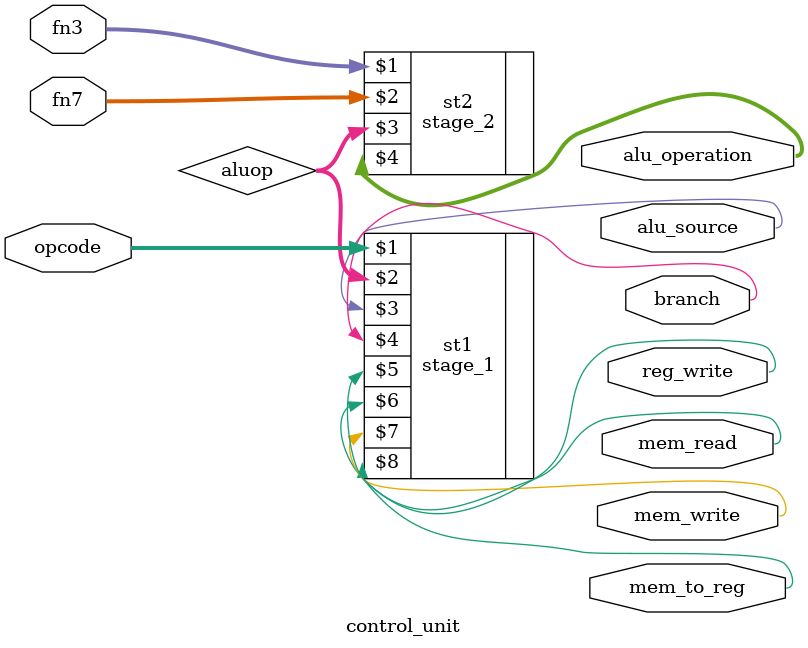
<source format=sv>
`timescale 1ns / 1ps

module control_unit(input bit[6:0] opcode,fn7, input bit[2:0] fn3, output bit alu_source, mem_read, mem_write, mem_to_reg, branch, reg_write, output bit[3:0] alu_operation);

bit[1:0] aluop;

stage_1 st1(opcode,aluop,alu_source,branch,reg_write,mem_read,mem_write,mem_to_reg);
stage_2 st2(fn3,fn7,aluop,alu_operation);

endmodule

</source>
